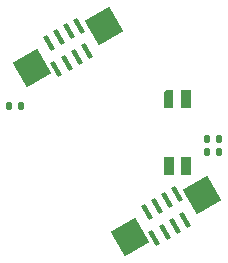
<source format=gbr>
%TF.GenerationSoftware,KiCad,Pcbnew,(6.0.6)*%
%TF.CreationDate,2022-07-10T21:40:21+02:00*%
%TF.ProjectId,GCode_Buttons_Cherry_MX,47436f64-655f-4427-9574-746f6e735f43,rev?*%
%TF.SameCoordinates,Original*%
%TF.FileFunction,Paste,Top*%
%TF.FilePolarity,Positive*%
%FSLAX46Y46*%
G04 Gerber Fmt 4.6, Leading zero omitted, Abs format (unit mm)*
G04 Created by KiCad (PCBNEW (6.0.6)) date 2022-07-10 21:40:21*
%MOMM*%
%LPD*%
G01*
G04 APERTURE LIST*
G04 Aperture macros list*
%AMRoundRect*
0 Rectangle with rounded corners*
0 $1 Rounding radius*
0 $2 $3 $4 $5 $6 $7 $8 $9 X,Y pos of 4 corners*
0 Add a 4 corners polygon primitive as box body*
4,1,4,$2,$3,$4,$5,$6,$7,$8,$9,$2,$3,0*
0 Add four circle primitives for the rounded corners*
1,1,$1+$1,$2,$3*
1,1,$1+$1,$4,$5*
1,1,$1+$1,$6,$7*
1,1,$1+$1,$8,$9*
0 Add four rect primitives between the rounded corners*
20,1,$1+$1,$2,$3,$4,$5,0*
20,1,$1+$1,$4,$5,$6,$7,0*
20,1,$1+$1,$6,$7,$8,$9,0*
20,1,$1+$1,$8,$9,$2,$3,0*%
%AMRotRect*
0 Rectangle, with rotation*
0 The origin of the aperture is its center*
0 $1 length*
0 $2 width*
0 $3 Rotation angle, in degrees counterclockwise*
0 Add horizontal line*
21,1,$1,$2,0,0,$3*%
%AMFreePoly0*
4,1,15,-0.149998,0.780000,0.350000,0.780000,0.353536,0.778536,0.355000,0.775000,0.355000,-0.795000,0.353536,-0.798536,0.350000,-0.800000,-0.450000,-0.800000,-0.453536,-0.798536,-0.455000,-0.795000,-0.455001,0.475000,-0.453536,0.478536,-0.153536,0.778536,-0.150000,0.780001,-0.149998,0.780000,-0.149998,0.780000,$1*%
G04 Aperture macros list end*
%ADD10RoundRect,0.082000X0.328000X0.718000X-0.328000X0.718000X-0.328000X-0.718000X0.328000X-0.718000X0*%
%ADD11FreePoly0,0.000000*%
%ADD12RoundRect,0.082000X-0.328000X-0.718000X0.328000X-0.718000X0.328000X0.718000X-0.328000X0.718000X0*%
%ADD13RoundRect,0.135000X0.135000X0.185000X-0.135000X0.185000X-0.135000X-0.185000X0.135000X-0.185000X0*%
%ADD14RoundRect,0.140000X-0.140000X-0.170000X0.140000X-0.170000X0.140000X0.170000X-0.140000X0.170000X0*%
%ADD15RotRect,0.400000X1.350000X30.000000*%
%ADD16RotRect,2.400000X2.400000X210.000000*%
G04 APERTURE END LIST*
D10*
%TO.C,D1*%
X105850000Y-102850000D03*
X104350000Y-102850000D03*
D11*
X104350000Y-97150000D03*
D12*
X105850000Y-97150000D03*
%TD*%
D13*
%TO.C,R1*%
X91810000Y-97800000D03*
X90790000Y-97800000D03*
%TD*%
%TO.C,R2*%
X108610000Y-100600000D03*
X107590000Y-100600000D03*
%TD*%
D14*
%TO.C,C1*%
X107620000Y-101650000D03*
X108580000Y-101650000D03*
%TD*%
D15*
%TO.C,J1*%
X94834456Y-94627628D03*
X94167468Y-92472372D03*
X95700481Y-94127628D03*
X95033494Y-91972372D03*
X96566506Y-93627628D03*
X95899519Y-91472372D03*
X97432532Y-93127628D03*
X96765544Y-90972372D03*
D16*
X98831089Y-91050000D03*
X92768911Y-94550000D03*
%TD*%
D15*
%TO.C,J2*%
X103134456Y-108927628D03*
X102467468Y-106772372D03*
X104000481Y-108427628D03*
X103333494Y-106272372D03*
X104866506Y-107927628D03*
X104199519Y-105772372D03*
X105732532Y-107427628D03*
X105065544Y-105272372D03*
D16*
X101068911Y-108850000D03*
X107131089Y-105350000D03*
%TD*%
M02*

</source>
